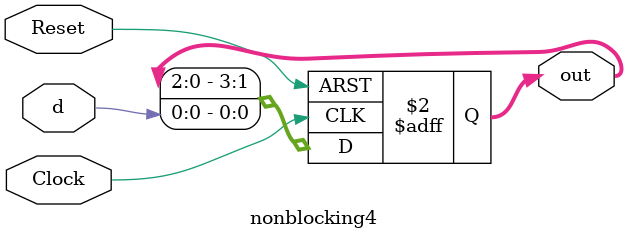
<source format=v>
module nonblocking4(
  input wire d
  , input wire Clock
  , input wire Reset
  , output reg[3:0] out
);

always @(posedge Clock or posedge Reset)
if(Reset)
  out = 4'b0000;
else
  begin
    //non-blocking assignment
    out[0] <= d;
	 out[1] <= out[0];
	 out[2] <= out[1];
	 out[3] <= out[2];
  end
endmodule
</source>
